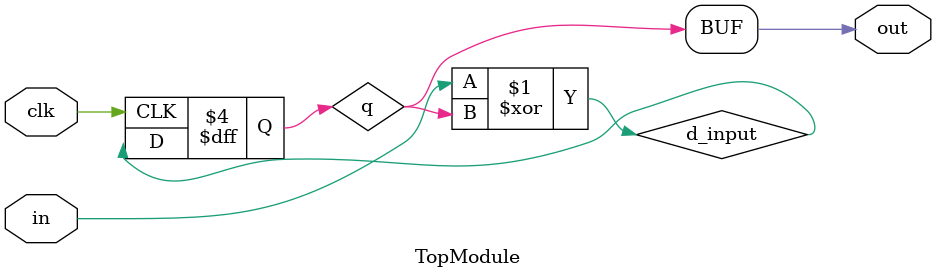
<source format=v>
module TopModule(
    input  clk,
    input  in,
    output out
);

    // Internal signal for the XOR output (D input to flip-flop)
    wire d_input;
    
    // Register for the D flip-flop output
    reg q;
    
    // Initialize output to 0 for proper simulation behavior
    initial begin : blk_1
        q = 1'b0;
    end
    
    // XOR gate: combines input 'in' with feedback from flip-flop output
    assign d_input = in ^ q;
    
    // D flip-flop: positive edge triggered, no reset
    always @(posedge clk) begin : blk_2
        q <= d_input;
    end
    
    // Connect flip-flop output to module output
    assign out = q;

endmodule

</source>
